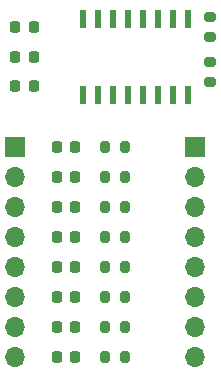
<source format=gbr>
%TF.GenerationSoftware,KiCad,Pcbnew,7.0.8*%
%TF.CreationDate,2023-10-11T21:25:33+02:00*%
%TF.ProjectId,test_sr,74657374-5f73-4722-9e6b-696361645f70,rev?*%
%TF.SameCoordinates,Original*%
%TF.FileFunction,Soldermask,Top*%
%TF.FilePolarity,Negative*%
%FSLAX46Y46*%
G04 Gerber Fmt 4.6, Leading zero omitted, Abs format (unit mm)*
G04 Created by KiCad (PCBNEW 7.0.8) date 2023-10-11 21:25:33*
%MOMM*%
%LPD*%
G01*
G04 APERTURE LIST*
G04 Aperture macros list*
%AMRoundRect*
0 Rectangle with rounded corners*
0 $1 Rounding radius*
0 $2 $3 $4 $5 $6 $7 $8 $9 X,Y pos of 4 corners*
0 Add a 4 corners polygon primitive as box body*
4,1,4,$2,$3,$4,$5,$6,$7,$8,$9,$2,$3,0*
0 Add four circle primitives for the rounded corners*
1,1,$1+$1,$2,$3*
1,1,$1+$1,$4,$5*
1,1,$1+$1,$6,$7*
1,1,$1+$1,$8,$9*
0 Add four rect primitives between the rounded corners*
20,1,$1+$1,$2,$3,$4,$5,0*
20,1,$1+$1,$4,$5,$6,$7,0*
20,1,$1+$1,$6,$7,$8,$9,0*
20,1,$1+$1,$8,$9,$2,$3,0*%
G04 Aperture macros list end*
%ADD10RoundRect,0.200000X0.275000X-0.200000X0.275000X0.200000X-0.275000X0.200000X-0.275000X-0.200000X0*%
%ADD11RoundRect,0.200000X-0.275000X0.200000X-0.275000X-0.200000X0.275000X-0.200000X0.275000X0.200000X0*%
%ADD12RoundRect,0.225000X0.225000X0.250000X-0.225000X0.250000X-0.225000X-0.250000X0.225000X-0.250000X0*%
%ADD13RoundRect,0.218750X0.218750X0.256250X-0.218750X0.256250X-0.218750X-0.256250X0.218750X-0.256250X0*%
%ADD14RoundRect,0.200000X-0.200000X-0.275000X0.200000X-0.275000X0.200000X0.275000X-0.200000X0.275000X0*%
%ADD15R,1.700000X1.700000*%
%ADD16O,1.700000X1.700000*%
%ADD17RoundRect,0.137500X0.137500X-0.662500X0.137500X0.662500X-0.137500X0.662500X-0.137500X-0.662500X0*%
G04 APERTURE END LIST*
D10*
%TO.C,R10*%
X62230000Y-50355000D03*
X62230000Y-48705000D03*
%TD*%
D11*
%TO.C,R9*%
X62230000Y-44895000D03*
X62230000Y-46545000D03*
%TD*%
D12*
%TO.C,C3*%
X47270000Y-45720000D03*
X45720000Y-45720000D03*
%TD*%
D13*
%TO.C,D7*%
X50800000Y-71120000D03*
X49225000Y-71120000D03*
%TD*%
D12*
%TO.C,C1*%
X47270000Y-50740000D03*
X45720000Y-50740000D03*
%TD*%
D13*
%TO.C,D2*%
X50800000Y-58420000D03*
X49225000Y-58420000D03*
%TD*%
D14*
%TO.C,R8*%
X53340000Y-73660000D03*
X54990000Y-73660000D03*
%TD*%
D15*
%TO.C,J1*%
X45720000Y-55880000D03*
D16*
X45720000Y-58420000D03*
X45720000Y-60960000D03*
X45720000Y-63500000D03*
X45720000Y-66040000D03*
X45720000Y-68580000D03*
X45720000Y-71120000D03*
X45720000Y-73660000D03*
%TD*%
D13*
%TO.C,D6*%
X50800000Y-68580000D03*
X49225000Y-68580000D03*
%TD*%
D12*
%TO.C,C2*%
X47270000Y-48230000D03*
X45720000Y-48230000D03*
%TD*%
D14*
%TO.C,R5*%
X53340000Y-66040000D03*
X54990000Y-66040000D03*
%TD*%
%TO.C,R2*%
X53340000Y-58420000D03*
X54990000Y-58420000D03*
%TD*%
%TO.C,R3*%
X53340000Y-60960000D03*
X54990000Y-60960000D03*
%TD*%
%TO.C,R4*%
X53340000Y-63500000D03*
X54990000Y-63500000D03*
%TD*%
%TO.C,R6*%
X53340000Y-68580000D03*
X54990000Y-68580000D03*
%TD*%
D15*
%TO.C,J2*%
X60960000Y-55880000D03*
D16*
X60960000Y-58420000D03*
X60960000Y-60960000D03*
X60960000Y-63500000D03*
X60960000Y-66040000D03*
X60960000Y-68580000D03*
X60960000Y-71120000D03*
X60960000Y-73660000D03*
%TD*%
D13*
%TO.C,D1*%
X50800000Y-55880000D03*
X49225000Y-55880000D03*
%TD*%
D14*
%TO.C,R7*%
X53340000Y-71120000D03*
X54990000Y-71120000D03*
%TD*%
D13*
%TO.C,D3*%
X50800000Y-60960000D03*
X49225000Y-60960000D03*
%TD*%
%TO.C,D8*%
X50800000Y-73660000D03*
X49225000Y-73660000D03*
%TD*%
%TO.C,D5*%
X50800000Y-66040000D03*
X49225000Y-66040000D03*
%TD*%
D17*
%TO.C,U1*%
X51435000Y-51510000D03*
X52705000Y-51510000D03*
X53975000Y-51510000D03*
X55245000Y-51510000D03*
X56515000Y-51510000D03*
X57785000Y-51510000D03*
X59055000Y-51510000D03*
X60325000Y-51510000D03*
X60325000Y-45010000D03*
X59055000Y-45010000D03*
X57785000Y-45010000D03*
X56515000Y-45010000D03*
X55245000Y-45010000D03*
X53975000Y-45010000D03*
X52705000Y-45010000D03*
X51435000Y-45010000D03*
%TD*%
D14*
%TO.C,R1*%
X53340000Y-55880000D03*
X54990000Y-55880000D03*
%TD*%
D13*
%TO.C,D4*%
X50800000Y-63500000D03*
X49225000Y-63500000D03*
%TD*%
M02*

</source>
